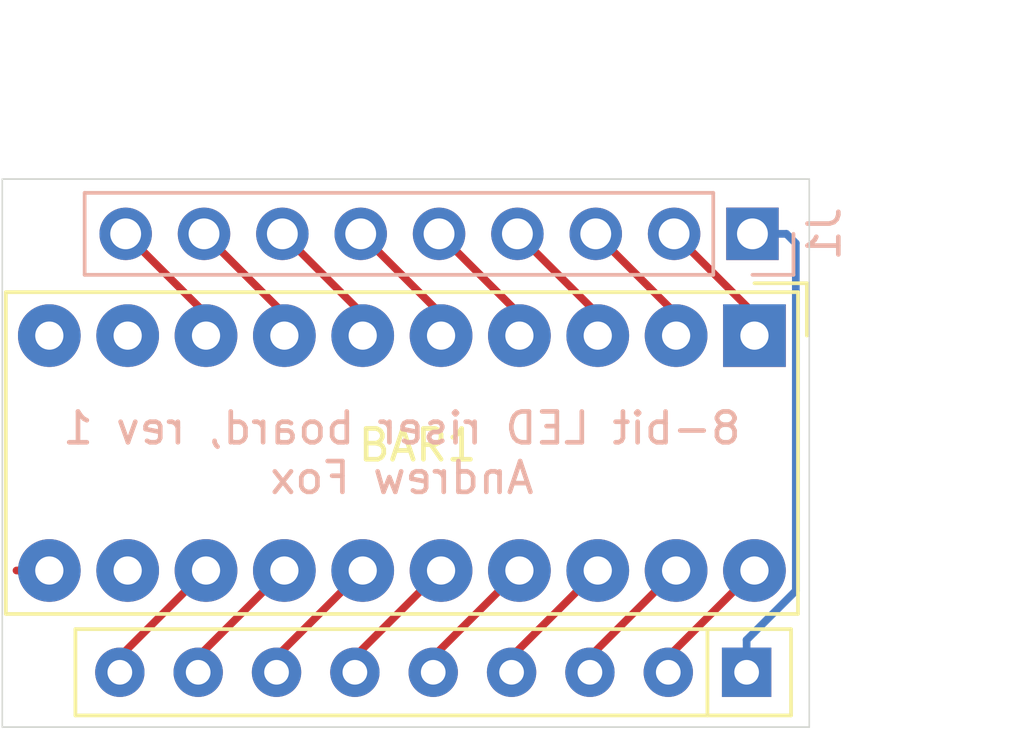
<source format=kicad_pcb>
(kicad_pcb (version 20171130) (host pcbnew "(5.1.0-0)")

  (general
    (thickness 1.6)
    (drawings 7)
    (tracks 41)
    (zones 0)
    (modules 3)
    (nets 22)
  )

  (page A4)
  (layers
    (0 F.Cu signal)
    (31 B.Cu signal)
    (32 B.Adhes user)
    (33 F.Adhes user)
    (34 B.Paste user)
    (35 F.Paste user)
    (36 B.SilkS user)
    (37 F.SilkS user)
    (38 B.Mask user)
    (39 F.Mask user)
    (40 Dwgs.User user)
    (41 Cmts.User user)
    (42 Eco1.User user)
    (43 Eco2.User user)
    (44 Edge.Cuts user)
    (45 Margin user)
    (46 B.CrtYd user)
    (47 F.CrtYd user)
    (48 B.Fab user)
    (49 F.Fab user hide)
  )

  (setup
    (last_trace_width 0.25)
    (trace_clearance 0.2)
    (zone_clearance 0.508)
    (zone_45_only no)
    (trace_min 0.2)
    (via_size 0.8)
    (via_drill 0.4)
    (via_min_size 0.4)
    (via_min_drill 0.3)
    (uvia_size 0.3)
    (uvia_drill 0.1)
    (uvias_allowed no)
    (uvia_min_size 0.2)
    (uvia_min_drill 0.1)
    (edge_width 0.05)
    (segment_width 0.2)
    (pcb_text_width 0.3)
    (pcb_text_size 1.5 1.5)
    (mod_edge_width 0.12)
    (mod_text_size 1 1)
    (mod_text_width 0.15)
    (pad_size 1.524 1.524)
    (pad_drill 0.762)
    (pad_to_mask_clearance 0.051)
    (solder_mask_min_width 0.25)
    (aux_axis_origin 0 0)
    (visible_elements FFFFFF7F)
    (pcbplotparams
      (layerselection 0x010fc_ffffffff)
      (usegerberextensions false)
      (usegerberattributes false)
      (usegerberadvancedattributes false)
      (creategerberjobfile false)
      (excludeedgelayer true)
      (linewidth 0.100000)
      (plotframeref false)
      (viasonmask false)
      (mode 1)
      (useauxorigin false)
      (hpglpennumber 1)
      (hpglpenspeed 20)
      (hpglpendiameter 15.000000)
      (psnegative false)
      (psa4output false)
      (plotreference true)
      (plotvalue true)
      (plotinvisibletext false)
      (padsonsilk false)
      (subtractmaskfromsilk false)
      (outputformat 1)
      (mirror false)
      (drillshape 1)
      (scaleselection 1)
      (outputdirectory ""))
  )

  (net 0 "")
  (net 1 GND)
  (net 2 "Net-(BAR1-Pad20)")
  (net 3 "Net-(BAR1-Pad19)")
  (net 4 "Net-(BAR1-Pad18)")
  (net 5 "Net-(BAR1-Pad17)")
  (net 6 "Net-(BAR1-Pad9)")
  (net 7 "Net-(BAR1-Pad10)")
  (net 8 "Net-(BAR1-Pad8)")
  (net 9 "Net-(BAR1-Pad7)")
  (net 10 "Net-(BAR1-Pad6)")
  (net 11 "Net-(BAR1-Pad5)")
  (net 12 "Net-(BAR1-Pad16)")
  (net 13 "Net-(BAR1-Pad15)")
  (net 14 "Net-(BAR1-Pad14)")
  (net 15 "Net-(BAR1-Pad13)")
  (net 16 "Net-(BAR1-Pad4)")
  (net 17 "Net-(BAR1-Pad3)")
  (net 18 "Net-(BAR1-Pad2)")
  (net 19 "Net-(BAR1-Pad1)")
  (net 20 "Net-(BAR1-Pad11)")
  (net 21 "Net-(BAR1-Pad12)")

  (net_class Default "This is the default net class."
    (clearance 0.2)
    (trace_width 0.25)
    (via_dia 0.8)
    (via_drill 0.4)
    (uvia_dia 0.3)
    (uvia_drill 0.1)
    (add_net GND)
    (add_net "Net-(BAR1-Pad1)")
    (add_net "Net-(BAR1-Pad10)")
    (add_net "Net-(BAR1-Pad11)")
    (add_net "Net-(BAR1-Pad12)")
    (add_net "Net-(BAR1-Pad13)")
    (add_net "Net-(BAR1-Pad14)")
    (add_net "Net-(BAR1-Pad15)")
    (add_net "Net-(BAR1-Pad16)")
    (add_net "Net-(BAR1-Pad17)")
    (add_net "Net-(BAR1-Pad18)")
    (add_net "Net-(BAR1-Pad19)")
    (add_net "Net-(BAR1-Pad2)")
    (add_net "Net-(BAR1-Pad20)")
    (add_net "Net-(BAR1-Pad3)")
    (add_net "Net-(BAR1-Pad4)")
    (add_net "Net-(BAR1-Pad5)")
    (add_net "Net-(BAR1-Pad6)")
    (add_net "Net-(BAR1-Pad7)")
    (add_net "Net-(BAR1-Pad8)")
    (add_net "Net-(BAR1-Pad9)")
  )

  (module Connector_PinHeader_2.54mm:PinHeader_1x09_P2.54mm_Vertical (layer B.Cu) (tedit 59FED5CC) (tstamp 5D82F3DD)
    (at 124.141 68.834 90)
    (descr "Through hole straight pin header, 1x09, 2.54mm pitch, single row")
    (tags "Through hole pin header THT 1x09 2.54mm single row")
    (path /5D836F73)
    (fp_text reference J1 (at 0 2.33 90) (layer B.SilkS)
      (effects (font (size 1 1) (thickness 0.15)) (justify mirror))
    )
    (fp_text value Conn_01x09_Male (at 0 -22.65 90) (layer B.Fab)
      (effects (font (size 1 1) (thickness 0.15)) (justify mirror))
    )
    (fp_text user %R (at 0 -10.16) (layer B.Fab)
      (effects (font (size 1 1) (thickness 0.15)) (justify mirror))
    )
    (fp_line (start 1.8 1.8) (end -1.8 1.8) (layer B.CrtYd) (width 0.05))
    (fp_line (start 1.8 -22.1) (end 1.8 1.8) (layer B.CrtYd) (width 0.05))
    (fp_line (start -1.8 -22.1) (end 1.8 -22.1) (layer B.CrtYd) (width 0.05))
    (fp_line (start -1.8 1.8) (end -1.8 -22.1) (layer B.CrtYd) (width 0.05))
    (fp_line (start -1.33 1.33) (end 0 1.33) (layer B.SilkS) (width 0.12))
    (fp_line (start -1.33 0) (end -1.33 1.33) (layer B.SilkS) (width 0.12))
    (fp_line (start -1.33 -1.27) (end 1.33 -1.27) (layer B.SilkS) (width 0.12))
    (fp_line (start 1.33 -1.27) (end 1.33 -21.65) (layer B.SilkS) (width 0.12))
    (fp_line (start -1.33 -1.27) (end -1.33 -21.65) (layer B.SilkS) (width 0.12))
    (fp_line (start -1.33 -21.65) (end 1.33 -21.65) (layer B.SilkS) (width 0.12))
    (fp_line (start -1.27 0.635) (end -0.635 1.27) (layer B.Fab) (width 0.1))
    (fp_line (start -1.27 -21.59) (end -1.27 0.635) (layer B.Fab) (width 0.1))
    (fp_line (start 1.27 -21.59) (end -1.27 -21.59) (layer B.Fab) (width 0.1))
    (fp_line (start 1.27 1.27) (end 1.27 -21.59) (layer B.Fab) (width 0.1))
    (fp_line (start -0.635 1.27) (end 1.27 1.27) (layer B.Fab) (width 0.1))
    (pad 9 thru_hole oval (at 0 -20.32 90) (size 1.7 1.7) (drill 1) (layers *.Cu *.Mask)
      (net 8 "Net-(BAR1-Pad8)"))
    (pad 8 thru_hole oval (at 0 -17.78 90) (size 1.7 1.7) (drill 1) (layers *.Cu *.Mask)
      (net 9 "Net-(BAR1-Pad7)"))
    (pad 7 thru_hole oval (at 0 -15.24 90) (size 1.7 1.7) (drill 1) (layers *.Cu *.Mask)
      (net 10 "Net-(BAR1-Pad6)"))
    (pad 6 thru_hole oval (at 0 -12.7 90) (size 1.7 1.7) (drill 1) (layers *.Cu *.Mask)
      (net 11 "Net-(BAR1-Pad5)"))
    (pad 5 thru_hole oval (at 0 -10.16 90) (size 1.7 1.7) (drill 1) (layers *.Cu *.Mask)
      (net 16 "Net-(BAR1-Pad4)"))
    (pad 4 thru_hole oval (at 0 -7.62 90) (size 1.7 1.7) (drill 1) (layers *.Cu *.Mask)
      (net 17 "Net-(BAR1-Pad3)"))
    (pad 3 thru_hole oval (at 0 -5.08 90) (size 1.7 1.7) (drill 1) (layers *.Cu *.Mask)
      (net 18 "Net-(BAR1-Pad2)"))
    (pad 2 thru_hole oval (at 0 -2.54 90) (size 1.7 1.7) (drill 1) (layers *.Cu *.Mask)
      (net 19 "Net-(BAR1-Pad1)"))
    (pad 1 thru_hole rect (at 0 0 90) (size 1.7 1.7) (drill 1) (layers *.Cu *.Mask)
      (net 1 GND))
    (model ${KISYS3DMOD}/Connector_PinHeader_2.54mm.3dshapes/PinHeader_1x09_P2.54mm_Vertical.wrl
      (at (xyz 0 0 0))
      (scale (xyz 1 1 1))
      (rotate (xyz 0 0 0))
    )
  )

  (module Resistor_THT:R_Array_SIP9 (layer F.Cu) (tedit 5A14249F) (tstamp 5D82ECA3)
    (at 123.952 83.058 180)
    (descr "9-pin Resistor SIP pack")
    (tags R)
    (path /5D876B42)
    (fp_text reference RN1 (at 11.43 -2.4 180) (layer F.SilkS) hide
      (effects (font (size 1 1) (thickness 0.15)))
    )
    (fp_text value 10kΩ (at 11.43 2.4 180) (layer F.Fab)
      (effects (font (size 1 1) (thickness 0.15)))
    )
    (fp_line (start 22.05 -1.65) (end -1.7 -1.65) (layer F.CrtYd) (width 0.05))
    (fp_line (start 22.05 1.65) (end 22.05 -1.65) (layer F.CrtYd) (width 0.05))
    (fp_line (start -1.7 1.65) (end 22.05 1.65) (layer F.CrtYd) (width 0.05))
    (fp_line (start -1.7 -1.65) (end -1.7 1.65) (layer F.CrtYd) (width 0.05))
    (fp_line (start 1.27 -1.4) (end 1.27 1.4) (layer F.SilkS) (width 0.12))
    (fp_line (start 21.76 -1.4) (end -1.44 -1.4) (layer F.SilkS) (width 0.12))
    (fp_line (start 21.76 1.4) (end 21.76 -1.4) (layer F.SilkS) (width 0.12))
    (fp_line (start -1.44 1.4) (end 21.76 1.4) (layer F.SilkS) (width 0.12))
    (fp_line (start -1.44 -1.4) (end -1.44 1.4) (layer F.SilkS) (width 0.12))
    (fp_line (start 1.27 -1.25) (end 1.27 1.25) (layer F.Fab) (width 0.1))
    (fp_line (start 21.61 -1.25) (end -1.29 -1.25) (layer F.Fab) (width 0.1))
    (fp_line (start 21.61 1.25) (end 21.61 -1.25) (layer F.Fab) (width 0.1))
    (fp_line (start -1.29 1.25) (end 21.61 1.25) (layer F.Fab) (width 0.1))
    (fp_line (start -1.29 -1.25) (end -1.29 1.25) (layer F.Fab) (width 0.1))
    (fp_text user %R (at 10.16 0 180) (layer F.Fab)
      (effects (font (size 1 1) (thickness 0.15)))
    )
    (pad 9 thru_hole oval (at 20.32 0 180) (size 1.6 1.6) (drill 0.8) (layers *.Cu *.Mask)
      (net 15 "Net-(BAR1-Pad13)"))
    (pad 8 thru_hole oval (at 17.78 0 180) (size 1.6 1.6) (drill 0.8) (layers *.Cu *.Mask)
      (net 14 "Net-(BAR1-Pad14)"))
    (pad 7 thru_hole oval (at 15.24 0 180) (size 1.6 1.6) (drill 0.8) (layers *.Cu *.Mask)
      (net 13 "Net-(BAR1-Pad15)"))
    (pad 6 thru_hole oval (at 12.7 0 180) (size 1.6 1.6) (drill 0.8) (layers *.Cu *.Mask)
      (net 12 "Net-(BAR1-Pad16)"))
    (pad 5 thru_hole oval (at 10.16 0 180) (size 1.6 1.6) (drill 0.8) (layers *.Cu *.Mask)
      (net 5 "Net-(BAR1-Pad17)"))
    (pad 4 thru_hole oval (at 7.62 0 180) (size 1.6 1.6) (drill 0.8) (layers *.Cu *.Mask)
      (net 4 "Net-(BAR1-Pad18)"))
    (pad 3 thru_hole oval (at 5.08 0 180) (size 1.6 1.6) (drill 0.8) (layers *.Cu *.Mask)
      (net 3 "Net-(BAR1-Pad19)"))
    (pad 2 thru_hole oval (at 2.54 0 180) (size 1.6 1.6) (drill 0.8) (layers *.Cu *.Mask)
      (net 2 "Net-(BAR1-Pad20)"))
    (pad 1 thru_hole rect (at 0 0 180) (size 1.6 1.6) (drill 0.8) (layers *.Cu *.Mask)
      (net 1 GND))
    (model ${KISYS3DMOD}/Resistor_THT.3dshapes/R_Array_SIP9.wrl
      (at (xyz 0 0 0))
      (scale (xyz 1 1 1))
      (rotate (xyz 0 0 0))
    )
  )

  (module Display:HDSP-4830 (layer F.Cu) (tedit 5A02FE80) (tstamp 5D82E65B)
    (at 124.206 72.136 270)
    (descr "10-Element Red Bar Graph Array https://docs.broadcom.com/docs/AV02-1798EN")
    (tags "10-Element Red Bar Graph Array")
    (path /5D84B6C6)
    (fp_text reference BAR1 (at 3.556 10.922) (layer F.SilkS)
      (effects (font (size 1 1) (thickness 0.15)))
    )
    (fp_text value HDSP-4830_2 (at 2.89 25.22 270) (layer F.Fab)
      (effects (font (size 1 1) (thickness 0.15)))
    )
    (fp_line (start 9.03 -1.41) (end 9.03 24.27) (layer F.SilkS) (width 0.12))
    (fp_line (start -1.41 -1.41) (end 9.03 -1.41) (layer F.SilkS) (width 0.12))
    (fp_line (start -1.41 24.27) (end -1.41 -1.41) (layer F.SilkS) (width 0.12))
    (fp_line (start 9.03 24.27) (end -1.41 24.27) (layer F.SilkS) (width 0.12))
    (fp_line (start 0 -1.27) (end 8.89 -1.27) (layer F.Fab) (width 0.1))
    (fp_text user %R (at 4 12 270) (layer F.Fab)
      (effects (font (size 1 1) (thickness 0.1)))
    )
    (fp_line (start -1.27 0) (end -1.27 24.13) (layer F.Fab) (width 0.1))
    (fp_line (start -1.27 24.13) (end 8.89 24.13) (layer F.Fab) (width 0.1))
    (fp_line (start 8.89 -1.27) (end 8.89 24.13) (layer F.Fab) (width 0.1))
    (fp_line (start -1.52 -1.52) (end 9.14 -1.52) (layer F.CrtYd) (width 0.05))
    (fp_line (start -1.52 -1.52) (end -1.52 24.38) (layer F.CrtYd) (width 0.05))
    (fp_line (start 9.14 24.38) (end 9.14 -1.52) (layer F.CrtYd) (width 0.05))
    (fp_line (start -1.52 24.38) (end 9.14 24.38) (layer F.CrtYd) (width 0.05))
    (fp_line (start 0 -1.27) (end -1.27 0) (layer F.Fab) (width 0.1))
    (fp_line (start -1.7 -1.7) (end -1.7 0) (layer F.SilkS) (width 0.12))
    (fp_line (start 0 -1.7) (end -1.7 -1.7) (layer F.SilkS) (width 0.12))
    (pad 20 thru_hole circle (at 7.62 0 180) (size 2.032 2.032) (drill 0.9144) (layers *.Cu *.Mask)
      (net 2 "Net-(BAR1-Pad20)"))
    (pad 19 thru_hole circle (at 7.62 2.54 180) (size 2.032 2.032) (drill 0.9144) (layers *.Cu *.Mask)
      (net 3 "Net-(BAR1-Pad19)"))
    (pad 18 thru_hole circle (at 7.62 5.08 180) (size 2.032 2.032) (drill 0.9144) (layers *.Cu *.Mask)
      (net 4 "Net-(BAR1-Pad18)"))
    (pad 17 thru_hole circle (at 7.62 7.62 180) (size 2.032 2.032) (drill 0.9144) (layers *.Cu *.Mask)
      (net 5 "Net-(BAR1-Pad17)"))
    (pad 9 thru_hole circle (at 0 20.32 180) (size 2.032 2.032) (drill 0.9144) (layers *.Cu *.Mask)
      (net 6 "Net-(BAR1-Pad9)"))
    (pad 10 thru_hole circle (at 0 22.86 180) (size 2.032 2.032) (drill 0.9144) (layers *.Cu *.Mask)
      (net 7 "Net-(BAR1-Pad10)"))
    (pad 11 thru_hole circle (at 7.62 22.86 180) (size 2.032 2.032) (drill 0.9144) (layers *.Cu *.Mask)
      (net 20 "Net-(BAR1-Pad11)"))
    (pad 12 thru_hole circle (at 7.62 20.32 180) (size 2.032 2.032) (drill 0.9144) (layers *.Cu *.Mask)
      (net 21 "Net-(BAR1-Pad12)"))
    (pad 8 thru_hole circle (at 0 17.78 180) (size 2.032 2.032) (drill 0.9144) (layers *.Cu *.Mask)
      (net 8 "Net-(BAR1-Pad8)"))
    (pad 7 thru_hole circle (at 0 15.24 180) (size 2.032 2.032) (drill 0.9144) (layers *.Cu *.Mask)
      (net 9 "Net-(BAR1-Pad7)"))
    (pad 6 thru_hole circle (at 0 12.7 180) (size 2.032 2.032) (drill 0.9144) (layers *.Cu *.Mask)
      (net 10 "Net-(BAR1-Pad6)"))
    (pad 5 thru_hole circle (at 0 10.16 180) (size 2.032 2.032) (drill 0.9144) (layers *.Cu *.Mask)
      (net 11 "Net-(BAR1-Pad5)"))
    (pad 16 thru_hole circle (at 7.62 10.16 180) (size 2.032 2.032) (drill 0.9144) (layers *.Cu *.Mask)
      (net 12 "Net-(BAR1-Pad16)"))
    (pad 15 thru_hole circle (at 7.62 12.7 180) (size 2.032 2.032) (drill 0.9144) (layers *.Cu *.Mask)
      (net 13 "Net-(BAR1-Pad15)"))
    (pad 14 thru_hole circle (at 7.62 15.24 180) (size 2.032 2.032) (drill 0.9144) (layers *.Cu *.Mask)
      (net 14 "Net-(BAR1-Pad14)"))
    (pad 13 thru_hole circle (at 7.62 17.78 180) (size 2.032 2.032) (drill 0.9144) (layers *.Cu *.Mask)
      (net 15 "Net-(BAR1-Pad13)"))
    (pad 4 thru_hole circle (at 0 7.62 180) (size 2.032 2.032) (drill 0.9144) (layers *.Cu *.Mask)
      (net 16 "Net-(BAR1-Pad4)"))
    (pad 3 thru_hole circle (at 0 5.08 180) (size 2.032 2.032) (drill 0.9144) (layers *.Cu *.Mask)
      (net 17 "Net-(BAR1-Pad3)"))
    (pad 2 thru_hole circle (at 0 2.54 180) (size 2.032 2.032) (drill 0.9144) (layers *.Cu *.Mask)
      (net 18 "Net-(BAR1-Pad2)"))
    (pad 1 thru_hole rect (at 0 0 180) (size 2.032 2.032) (drill 0.9144) (layers *.Cu *.Mask)
      (net 19 "Net-(BAR1-Pad1)"))
    (model ${KISYS3DMOD}/Display.3dshapes/HDSP-4830.wrl
      (at (xyz 0 0 0))
      (scale (xyz 1 1 1))
      (rotate (xyz 0 0 0))
    )
  )

  (dimension 17.802052 (width 0.15) (layer Dwgs.User)
    (gr_text "17.802 mm" (at 129.29387 75.926953 270.1383953) (layer Dwgs.User)
      (effects (font (size 1 1) (thickness 0.15)))
    )
    (feature1 (pts (xy 125.984 84.836) (xy 128.601793 84.829677)))
    (feature2 (pts (xy 125.941 67.034) (xy 128.558793 67.027677)))
    (crossbar (pts (xy 127.972374 67.029093) (xy 128.015374 84.831093)))
    (arrow1a (pts (xy 128.015374 84.831093) (xy 127.426234 83.706009)))
    (arrow1b (pts (xy 128.015374 84.831093) (xy 128.599072 83.703176)))
    (arrow2a (pts (xy 127.972374 67.029093) (xy 127.388676 68.15701)))
    (arrow2b (pts (xy 127.972374 67.029093) (xy 128.561514 68.154177)))
  )
  (dimension 26.162 (width 0.15) (layer Dwgs.User) (tstamp 5D82E5A1)
    (gr_text "26.162 mm" (at 112.903 61.946) (layer Dwgs.User) (tstamp 5D82E5A2)
      (effects (font (size 1 1) (thickness 0.15)))
    )
    (feature1 (pts (xy 99.822 67.056) (xy 99.822 62.659579)))
    (feature2 (pts (xy 125.984 67.056) (xy 125.984 62.659579)))
    (crossbar (pts (xy 125.984 63.246) (xy 99.822 63.246)))
    (arrow1a (pts (xy 99.822 63.246) (xy 100.948504 62.659579)))
    (arrow1b (pts (xy 99.822 63.246) (xy 100.948504 63.832421)))
    (arrow2a (pts (xy 125.984 63.246) (xy 124.857496 62.659579)))
    (arrow2b (pts (xy 125.984 63.246) (xy 124.857496 63.832421)))
  )
  (gr_line (start 99.822 67.056) (end 125.984 67.056) (layer Edge.Cuts) (width 0.05) (tstamp 5D82E5A8))
  (gr_line (start 99.822 84.836) (end 99.822 67.056) (layer Edge.Cuts) (width 0.05))
  (gr_line (start 125.984 84.836) (end 99.822 84.836) (layer Edge.Cuts) (width 0.05))
  (gr_line (start 125.984 67.056) (end 125.984 84.836) (layer Edge.Cuts) (width 0.05))
  (gr_text "8-bit LED riser board, rev 1\nAndrew Fox" (at 112.776 75.946) (layer B.SilkS)
    (effects (font (size 1 1) (thickness 0.15)) (justify mirror))
  )

  (segment (start 123.952 82.008) (end 123.952 83.058) (width 0.25) (layer B.Cu) (net 1))
  (segment (start 125.547001 69.140001) (end 125.547001 80.412999) (width 0.25) (layer B.Cu) (net 1))
  (segment (start 125.241 68.834) (end 125.547001 69.140001) (width 0.25) (layer B.Cu) (net 1))
  (segment (start 124.141 68.834) (end 125.241 68.834) (width 0.25) (layer B.Cu) (net 1))
  (segment (start 124.189 81.771) (end 123.952 82.008) (width 0.25) (layer B.Cu) (net 1))
  (segment (start 125.547001 80.412999) (end 124.189 81.771) (width 0.25) (layer B.Cu) (net 1))
  (segment (start 121.412 82.55) (end 121.412 83.058) (width 0.25) (layer F.Cu) (net 2))
  (segment (start 124.206 79.756) (end 121.412 82.55) (width 0.25) (layer F.Cu) (net 2))
  (segment (start 118.872 82.55) (end 118.872 83.058) (width 0.25) (layer F.Cu) (net 3))
  (segment (start 121.666 79.756) (end 118.872 82.55) (width 0.25) (layer F.Cu) (net 3))
  (segment (start 116.332 82.55) (end 116.332 83.058) (width 0.25) (layer F.Cu) (net 4))
  (segment (start 119.126 79.756) (end 116.332 82.55) (width 0.25) (layer F.Cu) (net 4))
  (segment (start 113.792 82.55) (end 113.792 83.058) (width 0.25) (layer F.Cu) (net 5))
  (segment (start 116.586 79.756) (end 113.792 82.55) (width 0.25) (layer F.Cu) (net 5))
  (segment (start 103.886 71.439) (end 103.886 72.136) (width 0.25) (layer F.Cu) (net 6))
  (segment (start 101.346 71.439) (end 101.346 72.136) (width 0.25) (layer F.Cu) (net 7))
  (segment (start 106.426 71.439) (end 106.426 72.136) (width 0.25) (layer F.Cu) (net 8))
  (segment (start 103.821 68.834) (end 106.426 71.439) (width 0.25) (layer F.Cu) (net 8))
  (segment (start 108.966 71.439) (end 108.966 72.136) (width 0.25) (layer F.Cu) (net 9))
  (segment (start 106.361 68.834) (end 108.966 71.439) (width 0.25) (layer F.Cu) (net 9))
  (segment (start 111.506 71.439) (end 111.506 72.136) (width 0.25) (layer F.Cu) (net 10))
  (segment (start 108.901 68.834) (end 111.506 71.439) (width 0.25) (layer F.Cu) (net 10))
  (segment (start 114.046 71.439) (end 114.046 72.136) (width 0.25) (layer F.Cu) (net 11))
  (segment (start 111.441 68.834) (end 114.046 71.439) (width 0.25) (layer F.Cu) (net 11))
  (segment (start 111.252 82.55) (end 111.252 83.058) (width 0.25) (layer F.Cu) (net 12))
  (segment (start 114.046 79.756) (end 111.252 82.55) (width 0.25) (layer F.Cu) (net 12))
  (segment (start 108.712 82.55) (end 108.712 83.058) (width 0.25) (layer F.Cu) (net 13))
  (segment (start 111.506 79.756) (end 108.712 82.55) (width 0.25) (layer F.Cu) (net 13))
  (segment (start 106.172 82.55) (end 106.172 83.058) (width 0.25) (layer F.Cu) (net 14))
  (segment (start 108.966 79.756) (end 106.172 82.55) (width 0.25) (layer F.Cu) (net 14))
  (segment (start 103.632 82.55) (end 103.632 83.058) (width 0.25) (layer F.Cu) (net 15))
  (segment (start 106.426 79.756) (end 103.632 82.55) (width 0.25) (layer F.Cu) (net 15))
  (segment (start 116.586 71.439) (end 116.586 72.136) (width 0.25) (layer F.Cu) (net 16))
  (segment (start 113.981 68.834) (end 116.586 71.439) (width 0.25) (layer F.Cu) (net 16))
  (segment (start 119.126 71.439) (end 119.126 72.136) (width 0.25) (layer F.Cu) (net 17))
  (segment (start 116.521 68.834) (end 119.126 71.439) (width 0.25) (layer F.Cu) (net 17))
  (segment (start 121.666 71.439) (end 121.666 72.136) (width 0.25) (layer F.Cu) (net 18))
  (segment (start 119.061 68.834) (end 121.666 71.439) (width 0.25) (layer F.Cu) (net 18))
  (segment (start 124.206 71.439) (end 124.206 72.136) (width 0.25) (layer F.Cu) (net 19))
  (segment (start 121.601 68.834) (end 124.206 71.439) (width 0.25) (layer F.Cu) (net 19))
  (segment (start 101.346 79.756) (end 100.282682 79.756) (width 0.25) (layer F.Cu) (net 20))

)

</source>
